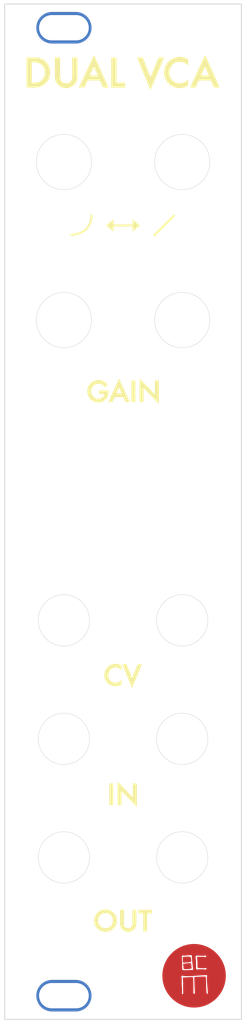
<source format=kicad_pcb>
(kicad_pcb (version 20221018) (generator pcbnew)
  (layers (0 "F.Cu" signal) (31 "B.Cu" signal) (34 "B.Paste" user) (35 "F.Paste" user) (36 "B.SilkS" user "B.Silkscreen") (37 "F.SilkS" user "F.Silkscreen") (38 "B.Mask" user) (39 "F.Mask" user) (44 "Edge.Cuts" user))
  (net 0 "")
  (footprint "BCM_Graphics:BCM_Logo_tiny_Copper_8mmx8mm" (layer "F.Cu") (at 99 160.5)
    (fp_text reference "REF**" hide)
    (fp_text value "BCM_Logo_tiny_Copper_8mmx8mm" hide)
    (fp_poly (pts (xy -0.422344 -1.589057) (xy -0.405435 -1.580031) (xy -0.395298 -1.564257) (xy -0.390784 -1.490984) (xy -0.367109 -1.338825) (xy -0.352449 -1.195683) (xy -0.342312 -1.035619) (xy -0.344568 -0.983781) (xy -0.356967 -0.964616) (xy -0.389649 -0.94433) (xy -0.440378 -0.925165) (xy -0.542947 -0.913883) (xy -0.875458 -0.89134) (xy -1.241775 -0.887971) (xy -1.28574 -0.900368) (xy -1.298137 -0.925165) (xy -1.300379 -0.967993) (xy -1.302636 -1.048017) (xy -1.318424 -1.142697) (xy -1.342087 -1.324167) (xy -1.33983 -1.424493) (xy -1.346601 -1.509031) (xy -1.338718 -1.530437) (xy -1.303779 -1.532693) (xy -1.200076 -1.537205) (xy -1.132448 -1.541719) (xy -1.012974 -1.558627) (xy -0.786419 -1.585667) (xy -0.547465 -1.590179)) (stroke (width 0.0533)) (fill solid) (layer "F.Cu"))
    (fp_poly (pts (xy -0.508 -2.413) (xy -0.483202 -2.396092) (xy -0.465172 -2.372429) (xy -0.444884 -2.334099) (xy -0.430229 -2.267608) (xy -0.417834 -2.204478) (xy -0.402044 -2.124454) (xy -0.38176 -1.901276) (xy -0.379503 -1.858448) (xy -0.388527 -1.832528) (xy -0.404305 -1.811106) (xy -0.432489 -1.798709) (xy -0.515893 -1.780681) (xy -0.692853 -1.750251) (xy -0.891232 -1.726574) (xy -1.113277 -1.714178) (xy -1.173016 -1.70291) (xy -1.281228 -1.698398) (xy -1.328568 -1.704026) (xy -1.358997 -1.724311) (xy -1.372521 -1.743475) (xy -1.383803 -1.83702) (xy -1.384931 -1.942976) (xy -1.405231 -2.339737) (xy -1.396206 -2.351003) (xy -1.387182 -2.357774) (xy -1.368031 -2.366785) (xy -1.330833 -2.376925) (xy -1.276729 -2.390462) (xy -1.195566 -2.40624) (xy -1.002834 -2.414121) (xy -0.861937 -2.416379) (xy -0.549722 -2.424277)) (stroke (width 0.0533)) (fill solid) (layer "F.Cu"))
    (fp_poly (pts (xy 0.210167 -4.012748) (xy 0.413178 -3.99731) (xy 0.613236 -3.971889) (xy 0.810092 -3.936734) (xy 1.003494 -3.892097) (xy 1.19319 -3.838229) (xy 1.378931 -3.775381) (xy 1.560463 -3.703805) (xy 1.737537 -3.623751) (xy 1.909901 -3.535471) (xy 2.077305 -3.439216) (xy 2.239495 -3.335238) (xy 2.396223 -3.223786) (xy 2.547236 -3.105113) (xy 2.692283 -2.97947) (xy 2.831114 -2.847107) (xy 2.963476 -2.708276) (xy 3.089119 -2.563229) (xy 3.207792 -2.412216) (xy 3.319243 -2.255488) (xy 3.423222 -2.093297) (xy 3.519477 -1.925893) (xy 3.607756 -1.753529) (xy 3.68781 -1.576455) (xy 3.759386 -1.394922) (xy 3.822233 -1.209182) (xy 3.876101 -1.019485) (xy 3.920738 -0.826083) (xy 3.955892 -0.629227) (xy 3.981314 -0.429169) (xy 3.996751 -0.226158) (xy 4.001952 -0.020447) (xy 3.996751 0.185263) (xy 3.981314 0.388274) (xy 3.955892 0.588332) (xy 3.920738 0.785188) (xy 3.876101 0.97859) (xy 3.822233 1.168287) (xy 3.759386 1.354027) (xy 3.68781 1.53556) (xy 3.607756 1.712634) (xy 3.519477 1.884998) (xy 3.423222 2.052401) (xy 3.319243 2.214592) (xy 3.207792 2.37132) (xy 3.089119 2.522333) (xy 2.963476 2.667381) (xy 2.831113 2.806211) (xy 2.692283 2.938574) (xy 2.547235 3.064217) (xy 2.396222 3.18289) (xy 2.239494 3.294341) (xy 2.077303 3.39832) (xy 1.9099 3.494575) (xy 1.737536 3.582855) (xy 1.560462 3.662908) (xy 1.378929 3.734485) (xy 1.193188 3.797332) (xy 1.003491 3.8512) (xy 0.810089 3.895837) (xy 0.613233 3.930992) (xy 0.413174 3.956414) (xy 0.210164 3.971851) (xy 0.004452 3.977053) (xy -0.201258 3.971851) (xy -0.404269 3.956414) (xy -0.604327 3.930992) (xy -0.801183 3.895838) (xy -0.994585 3.851201) (xy -1.184282 3.797333) (xy -1.370022 3.734485) (xy -1.551555 3.662909) (xy -1.728629 3.582856) (xy -1.900993 3.494576) (xy -2.068397 3.398321) (xy -2.230588 3.294342) (xy -2.387316 3.182891) (xy -2.538329 3.064218) (xy -2.683376 2.938575) (xy -2.822207 2.806212) (xy -2.95457 2.667381) (xy -3.080213 2.522334) (xy -3.198886 2.371321) (xy -3.310337 2.214593) (xy -3.414316 2.052402) (xy -3.510571 1.884998) (xy -3.598851 1.712634) (xy -3.678904 1.53556) (xy -3.75048 1.354027) (xy -3.813328 1.168287) (xy -3.867196 0.97859) (xy -3.911833 0.785188) (xy -3.946987 0.588332) (xy -3.972409 0.388274) (xy -3.987846 0.185263) (xy -3.98976 0.109558) (xy -1.62725 0.109558) (xy -1.623865 0.133218) (xy -1.612599 0.170416) (xy -1.6002 0.234666) (xy -1.586677 0.305683) (xy -1.587803 0.417271) (xy -1.586677 0.682143) (xy -1.592303 0.940262) (xy -1.587791 1.128486) (xy -1.561871 1.467764) (xy -1.550591 1.646979) (xy -1.550591 1.854367) (xy -1.549463 2.07529) (xy -1.561859 2.181248) (xy -1.560733 2.244363) (xy -1.550593 2.279305) (xy -1.539311 2.300725) (xy -1.523533 2.32101) (xy -1.508879 2.334535) (xy -1.486337 2.339047) (xy -1.466051 2.340175) (xy -1.438997 2.335664) (xy -1.415336 2.323265) (xy -1.397291 2.307479) (xy -1.380395 2.290579) (xy -1.357855 2.247737) (xy -1.349958 2.198144) (xy -1.355598 1.941157) (xy -1.357855 1.636833) (xy -1.356726 1.188221) (xy -1.354469 0.925604) (xy -1.36124 0.748644) (xy -1.372506 0.57506) (xy -1.399558 0.325963) (xy -1.405199 0.288767) (xy -1.399558 0.25946) (xy -1.390547 0.240294) (xy -1.373639 0.227898) (xy -1.346585 0.218887) (xy -1.26994 0.215501) (xy -1.123409 0.207604) (xy -0.894599 0.196336) (xy -0.427968 0.172661) (xy -0.254386 0.167033) (xy -0.204788 0.172661) (xy -0.173228 0.187315) (xy -0.155197 0.210992) (xy -0.145055 0.244796) (xy -0.127025 0.381183) (xy -0.120258 0.657333) (xy -0.113487 1.04733) (xy -0.110116 1.305449) (xy -0.105607 1.763069) (xy -0.107863 2.18236) (xy -0.090951 2.218436) (xy -0.0763 2.25224) (xy -0.037981 2.280415) (xy -0.008674 2.287183) (xy 0.030779 2.279302) (xy 0.069097 2.253385) (xy 0.09727 2.230842) (xy 0.116435 2.202654) (xy 0.128833 2.155316) (xy 0.13109 2.066268) (xy 0.122063 1.936648) (xy 0.111925 1.82056) (xy 0.096151 1.552297) (xy 0.073611 1.066501) (xy 0.062326 0.590836) (xy 0.053315 0.254946) (xy 0.065714 0.194085) (xy 0.081488 0.169288) (xy 0.122063 0.159148) (xy 0.188566 0.147868) (xy 0.27536 0.141111) (xy 0.453439 0.130974) (xy 0.738612 0.116318) (xy 1.125232 0.10053) (xy 1.359672 0.099404) (xy 1.39799 0.103915) (xy 1.420531 0.112927) (xy 1.436321 0.13097) (xy 1.453217 0.159144) (xy 1.467872 0.194083) (xy 1.476896 0.247055) (xy 1.485907 0.300027) (xy 1.492678 0.444301) (xy 1.497192 0.709189) (xy 1.501705 1.134126) (xy 1.507333 1.331372) (xy 1.518614 1.598499) (xy 1.534383 1.790113) (xy 1.554671 1.982863) (xy 1.565951 2.105715) (xy 1.582848 2.185741) (xy 1.594128 2.221817) (xy 1.611036 2.247735) (xy 1.624561 2.268022) (xy 1.649359 2.28381) (xy 1.666267 2.289436) (xy 1.693321 2.289436) (xy 1.713609 2.287179) (xy 1.730517 2.271405) (xy 1.747426 2.259009) (xy 1.766579 2.228579) (xy 1.771093 2.192504) (xy 1.77446 2.131645) (xy 1.769962 2.032454) (xy 1.732766 1.632315) (xy 1.706834 1.27614) (xy 1.675282 0.848949) (xy 1.660627 0.56942) (xy 1.660627 0.197458) (xy 1.662884 0.165909) (xy 1.675278 0.098267) (xy 1.686547 0.04304) (xy 1.692171 -0.012186) (xy 1.692171 -0.048262) (xy 1.67865 -0.077557) (xy 1.663994 -0.096722) (xy 1.631308 -0.1125) (xy 1.590732 -0.122638) (xy 1.449858 -0.121521) (xy 1.250357 -0.111382) (xy 0.826542 -0.08545) (xy 0.384708 -0.057277) (xy -0.02895 -0.029103) (xy -0.58915 0.002461) (xy -1.034373 0.002461) (xy -1.149337 -0.00091) (xy -1.309387 -0.02121) (xy -1.46155 -0.048262) (xy -1.475087 -0.056145) (xy -1.511146 -0.056145) (xy -1.548344 -0.049374) (xy -1.575397 -0.038094) (xy -1.604706 -0.017808) (xy -1.620479 0.005854) (xy -1.62725 0.046442) (xy -1.62725 0.109558) (xy -3.98976 0.109558) (xy -3.993048 -0.020447) (xy -3.987846 -0.226158) (xy -3.972409 -0.429169) (xy -3.946987 -0.629227) (xy -3.911833 -0.826083) (xy -3.867196 -1.019485) (xy -3.813328 -1.209182) (xy -3.75048 -1.394922) (xy -3.678904 -1.576455) (xy -3.59885 -1.753529) (xy -3.51057 -1.925894) (xy -3.414315 -2.093297) (xy -3.310337 -2.255488) (xy -3.198885 -2.412216) (xy -3.122987 -2.508798) (xy -1.575411 -2.508798) (xy -1.574284 -2.476114) (xy -1.561888 -2.43442) (xy -1.559631 -2.230406) (xy -1.551734 -1.999339) (xy -1.535956 -1.779538) (xy -1.52693 -1.573269) (xy -1.524688 -1.267824) (xy -1.521304 -0.926288) (xy -1.516791 -0.82711) (xy -1.50891 -0.792171) (xy -1.494252 -0.765117) (xy -1.481856 -0.743695) (xy -1.462705 -0.724532) (xy -1.426629 -0.705381) (xy -1.397322 -0.69861) (xy -1.284612 -0.703124) (xy -1.166269 -0.700865) (xy -0.890122 -0.709878) (xy -0.570005 -0.716647) (xy -0.245509 -0.724152) (xy -0.173777 -0.727338) (xy -0.132335 -0.741684) (xy -0.100462 -0.764001) (xy -0.086116 -0.792694) (xy -0.082932 -0.837315) (xy -0.097278 -0.905866) (xy -0.122787 -1.066855) (xy -0.156258 -1.339433) (xy -0.196106 -1.737944) (xy -0.227991 -2.037619) (xy -0.232773 -2.219341) (xy -0.242333 -2.356428) (xy -0.240739 -2.448881) (xy -0.245404 -2.487154) (xy 0.159356 -2.487154) (xy 0.168933 -2.401077) (xy 0.192836 -2.146039) (xy 0.215152 -1.881434) (xy 0.219947 -1.602482) (xy 0.224729 -1.392067) (xy 0.231101 -1.130654) (xy 0.219947 -1.097171) (xy 0.227917 -0.956902) (xy 0.242263 -0.893144) (xy 0.258192 -0.84691) (xy 0.274136 -0.813441) (xy 0.306022 -0.794302) (xy 0.403251 -0.792724) (xy 0.613666 -0.821415) (xy 0.709297 -0.824589) (xy 1.25605 -0.811843) (xy 1.429802 -0.781554) (xy 1.49038 -0.783148) (xy 1.523851 -0.794302) (xy 1.549348 -0.811843) (xy 1.573271 -0.830966) (xy 1.5924 -0.856476) (xy 1.603566 -0.878795) (xy 1.611532 -0.909072) (xy 1.606738 -0.947334) (xy 1.59081 -0.976027) (xy 1.568493 -0.996745) (xy 1.5398 -1.012688) (xy 1.507915 -1.02225) (xy 1.42343 -1.02225) (xy 1.268807 -0.993559) (xy 1.042459 -0.995139) (xy 0.706121 -1.027024) (xy 0.55469 -1.03021) (xy 0.518023 -1.041367) (xy 0.487736 -1.060489) (xy 0.465415 -1.111499) (xy 0.455855 -1.14976) (xy 0.452667 -1.466975) (xy 0.462243 -1.522761) (xy 0.457461 -1.782588) (xy 0.427174 -2.1253) (xy 0.417597 -2.254414) (xy 0.416003 -2.321368) (xy 0.417597 -2.348463) (xy 0.42397 -2.375558) (xy 0.443106 -2.394681) (xy 0.468607 -2.404243) (xy 0.518019 -2.407429) (xy 0.541934 -2.401041) (xy 0.616846 -2.389884) (xy 1.2449 -2.39148) (xy 1.275187 -2.383512) (xy 1.338945 -2.367566) (xy 1.364446 -2.358005) (xy 1.394733 -2.350051) (xy 1.477616 -2.354833) (xy 1.495158 -2.362802) (xy 1.55254 -2.410617) (xy 1.571669 -2.440906) (xy 1.584413 -2.47917) (xy 1.582835 -2.504669) (xy 1.573259 -2.536554) (xy 1.550942 -2.557274) (xy 1.527027 -2.573203) (xy 1.469641 -2.592342) (xy 1.305458 -2.592342) (xy 1.161997 -2.565245) (xy 0.408025 -2.590743) (xy 0.307603 -2.603492) (xy 0.250209 -2.57962) (xy 0.213562 -2.552511) (xy 0.186451 -2.538164) (xy 0.165733 -2.512665) (xy 0.159356 -2.487154) (xy -0.245404 -2.487154) (xy -0.248706 -2.514237) (xy -0.26783 -2.571623) (xy -0.294937 -2.611466) (xy -0.322032 -2.635381) (xy -0.363473 -2.657698) (xy -0.400137 -2.665666) (xy -0.473467 -2.665666) (xy -0.55317 -2.654504) (xy -0.932545 -2.613062) (xy -1.020206 -2.601896) (xy -1.127018 -2.590739) (xy -1.182804 -2.593927) (xy -1.291199 -2.592331) (xy -1.326269 -2.6003) (xy -1.401177 -2.605082) (xy -1.463355 -2.608268) (xy -1.515947 -2.598708) (xy -1.523563 -2.591093) (xy -1.546106 -2.573048) (xy -1.563014 -2.556152) (xy -1.575411 -2.508798) (xy -3.122987 -2.508798) (xy -3.080212 -2.563229) (xy -2.954568 -2.708277) (xy -2.822206 -2.847108) (xy -2.683375 -2.97947) (xy -2.538327 -3.105114) (xy -2.387314 -3.223787) (xy -2.230586 -3.335239) (xy -2.068395 -3.439217) (xy -1.900991 -3.535472) (xy -1.728627 -3.623752) (xy -1.551552 -3.703806) (xy -1.370019 -3.775382) (xy -1.184279 -3.83823) (xy -0.994582 -3.892097) (xy -0.80118 -3.936734) (xy -0.604324 -3.971889) (xy -0.404265 -3.997311) (xy -0.201255 -4.012748) (xy 0.004456 -4.017949)) (stroke (width 0.0533)) (fill solid) (layer "F.Cu"))
  )
  (footprint "Panel_Hardware:PanelHole_3.2mm_M3_elongated" (layer "F.Cu") (at 82.5 163)
    (fp_text reference "REF**" hide)
    (fp_text value "PanelHole_3.2mm_M3_elongated" hide)
    (pad "" thru_hole oval (at 0 0) (size 7 4) (drill oval 6.3 3.2) (layers "*.Cu" "*.Mask"))
  )
  (footprint "Panel_Hardware:PanelHole_3.2mm_M3_elongated" (layer "F.Cu") (at 82.5 40.5)
    (fp_text reference "REF**" hide)
    (fp_text value "PanelHole_3.2mm_M3_elongated" hide)
    (pad "" thru_hole oval (at 0 0) (size 7 4) (drill oval 6.3 3.2) (layers "*.Cu" "*.Mask"))
  )
  (gr_poly (pts (xy 87.850093 152.122499) (xy 87.91925 152.127263) (xy 87.987143 152.135203) (xy 88.05377 152.146319) (xy 88.119132 152.160611) (xy 88.183229 152.17808) (xy 88.246061 152.198724) (xy 88.307629 152.222544) (xy 88.367931 152.24954) (xy 88.426968 152.279712) (xy 88.484741 152.313059) (xy 88.541249 152.349583) (xy 88.596491 152.389282) (xy 88.650469 152.432158) (xy 88.703183 152.478209) (xy 88.754631 152.527435) (xy 88.804067 152.578889) (xy 88.850313 152.631622) (xy 88.89337 152.685633) (xy 88.933238 152.740922) (xy 88.969916 152.79749) (xy 89.003404 152.855337) (xy 89.033703 152.914462) (xy 89.060813 152.974865) (xy 89.084733 153.036547) (xy 89.105464 153.099508) (xy 89.123006 153.163747) (xy 89.137358 153.229264) (xy 89.14852 153.29606) (xy 89.156494 153.364135) (xy 89.161278 153.433488) (xy 89.162872 153.50412) (xy 89.161271 153.575141) (xy 89.156466 153.644802) (xy 89.148459 153.713105) (xy 89.137249 153.780048) (xy 89.122836 153.845633) (xy 89.10522 153.909858) (xy 89.084402 153.972724) (xy 89.06038 154.034231) (xy 89.033156 154.094379) (xy 89.002728 154.153168) (xy 88.969098 154.210597) (xy 88.932266 154.266668) (xy 88.89223 154.321379) (xy 88.848992 154.37473) (xy 88.802551 154.426723) (xy 88.752907 154.477356) (xy 88.700779 154.525956) (xy 88.64732 154.571421) (xy 88.592528 154.613751) (xy 88.536403 154.652945) (xy 88.478947 154.689004) (xy 88.420158 154.721928) (xy 88.360037 154.751716) (xy 88.298583 154.778368) (xy 88.235797 154.801885) (xy 88.171679 154.822267) (xy 88.106229 154.839512) (xy 88.039447 154.853623) (xy 87.971332 154.864598) (xy 87.901885 154.872437) (xy 87.831106 154.87714) (xy 87.758995 154.878708) (xy 87.695025 154.877315) (xy 87.631877 154.873137) (xy 87.569549 154.866173) (xy 87.508042 154.856423) (xy 87.447356 154.843888) (xy 87.387491 154.828567) (xy 87.328447 154.81046) (xy 87.270224 154.789568) (xy 87.212821 154.76589) (xy 87.15624 154.739426) (xy 87.10048 154.710176) (xy 87.04554 154.678141) (xy 86.991422 154.64332) (xy 86.938124 154.605713) (xy 86.885648 154.56532) (xy 86.833992 154.522141) (xy 86.779341 154.471878) (xy 86.728216 154.419705) (xy 86.680617 154.36562) (xy 86.636544 154.309624) (xy 86.595997 154.251717) (xy 86.558975 154.191899) (xy 86.52548 154.13017) (xy 86.49551 154.06653) (xy 86.469066 154.000979) (xy 86.446148 153.933517) (xy 86.426756 153.864145) (xy 86.41089 153.792861) (xy 86.398549 153.719666) (xy 86.389735 153.644561) (xy 86.384446 153.567544) (xy 86.382795 153.493622) (xy 86.787483 153.493622) (xy 86.788641 153.548133) (xy 86.792113 153.601419) (xy 86.7979 153.65348) (xy 86.806001 153.704316) (xy 86.816417 153.753928) (xy 86.829148 153.802314) (xy 86.844194 153.849476) (xy 86.861554 153.895413) (xy 86.881229 153.940124) (xy 86.903219 153.983611) (xy 86.927523 154.025874) (xy 86.954142 154.066911) (xy 86.983075 154.106723) (xy 87.014323 154.145311) (xy 87.047886 154.182673) (xy 87.083763 154.218811) (xy 87.12094 154.253229) (xy 87.158829 154.285426) (xy 87.197432 154.315403) (xy 87.236748 154.34316) (xy 87.276777 154.368696) (xy 87.317519 154.392011) (xy 87.358974 154.413106) (xy 87.401143 154.43198) (xy 87.444025 154.448634) (xy 87.48762 154.463067) (xy 87.531928 154.47528) (xy 87.576949 154.485273) (xy 87.622684 154.493044) (xy 87.669132 154.498596) (xy 87.716293 154.501926) (xy 87.764168 154.503037) (xy 87.815979 154.501906) (xy 87.866767 154.498515) (xy 87.916532 154.492863) (xy 87.965275 154.484949) (xy 88.012995 154.474776) (xy 88.059692 154.462341) (xy 88.105366 154.447645) (xy 88.150018 154.430689) (xy 88.193647 154.411472) (xy 88.236253 154.389994) (xy 88.277836 154.366256) (xy 88.318397 154.340257) (xy 88.357935 154.311997) (xy 88.39645 154.281476) (xy 88.433943 154.248695) (xy 88.470413 154.213654) (xy 88.505248 154.176549) (xy 88.537836 154.138449) (xy 88.568176 154.099354) (xy 88.596268 154.059264) (xy 88.622113 154.018178) (xy 88.645711 153.976096) (xy 88.667061 153.933019) (xy 88.686164 153.888947) (xy 88.703019 153.843878) (xy 88.717627 153.797814) (xy 88.729988 153.750755) (xy 88.740101 153.702699) (xy 88.747966 153.653648) (xy 88.753585 153.603601) (xy 88.756956 153.552558) (xy 88.75808 153.500519) (xy 88.756969 153.447874) (xy 88.753639 153.396305) (xy 88.748087 153.345814) (xy 88.740316 153.296399) (xy 88.730323 153.24806) (xy 88.718111 153.200799) (xy 88.703678 153.154613) (xy 88.687024 153.109505) (xy 88.66815 153.065473) (xy 88.647056 153.022517) (xy 88.623741 152.980637) (xy 88.598206 152.939834) (xy 88.57045 152.900107) (xy 88.540475 152.861457) (xy 88.508278 152.823882) (xy 88.473862 152.787384) (xy 88.438025 152.752343) (xy 88.401138 152.719561) (xy 88.363202 152.689041) (xy 88.324216 152.660781) (xy 88.28418 152.634782) (xy 88.243095 152.611044) (xy 88.20096 152.589566) (xy 88.157775 152.570349) (xy 88.11354 152.553393) (xy 88.068256 152.538697) (xy 88.021922 152.526262) (xy 87.974538 152.516088) (xy 87.926105 152.508175) (xy 87.876622 152.502523) (xy 87.826089 152.499132) (xy 87.774506 152.498001) (xy 87.723119 152.499132) (xy 87.672741 152.502523) (xy 87.623372 152.508175) (xy 87.575014 152.516088) (xy 87.527664 152.526262) (xy 87.481324 152.538697) (xy 87.435993 152.553393) (xy 87.391671 152.570349) (xy 87.348359 152.589566) (xy 87.306056 152.611044) (xy 87.264762 152.634782) (xy 87.224478 152.660781) (xy 87.185203 152.689041) (xy 87.146937 152.719561) (xy 87.10968 152.752343) (xy 87.073433 152.787384) (xy 87.038807 152.823652) (xy 87.006415 152.860969) (xy 86.976257 152.899336) (xy 86.948333 152.938752) (xy 86.922643 152.979218) (xy 86.899187 153.020734) (xy 86.877965 153.0633) (xy 86.858976 153.106915) (xy 86.842222 153.151579) (xy 86.827701 153.197294) (xy 86.815415 153.244058) (xy 86.805362 153.291871) (xy 86.797543 153.340734) (xy 86.791959 153.390647) (xy 86.788608 153.44161) (xy 86.787491 153.493622) (xy 86.787483 153.493622) (xy 86.382795 153.493622) (xy 86.382683 153.488617) (xy 86.384291 153.419041) (xy 86.389115 153.350704) (xy 86.397156 153.283604) (xy 86.408413 153.217744) (xy 86.422887 153.153121) (xy 86.440577 153.089737) (xy 86.461483 153.027591) (xy 86.485605 152.966683) (xy 86.512944 152.907013) (xy 86.543499 152.848581) (xy 86.577271 152.791387) (xy 86.614258 152.735431) (xy 86.654462 152.680713) (xy 86.697883 152.627233) (xy 86.74452 152.574991) (xy 86.794373 152.523987) (xy 86.846264 152.475176) (xy 86.899447 152.429514) (xy 86.953923 152.387002) (xy 87.00969 152.347639) (xy 87.06675 152.311425) (xy 87.125101 152.27836) (xy 87.184744 152.248444) (xy 87.24568 152.221678) (xy 87.307907 152.19806) (xy 87.371426 152.177592) (xy 87.436238 152.160273) (xy 87.502341 152.146102) (xy 87.569735 152.135081) (xy 87.638422 152.127209) (xy 87.7084 152.122485) (xy 87.779671 152.120911)) (stroke (width 0.1)) (fill solid) (layer "F.SilkS"))
  (gr_line (start 85.88051 65.035629) (end 85.823875 65.20874) (stroke (width 0.264582)) (layer "F.SilkS"))
  (gr_poly (pts (xy 86.939995 85.128336) (xy 86.978484 85.12983) (xy 87.016649 85.13232) (xy 87.054492 85.135806) (xy 87.092011 85.140288) (xy 87.129208 85.145765) (xy 87.166081 85.152239) (xy 87.202632 85.159708) (xy 87.238859 85.168173) (xy 87.274764 85.177634) (xy 87.310345 85.188091) (xy 87.345604 85.199543) (xy 87.380539 85.211992) (xy 87.415151 85.225435) (xy 87.44944 85.239875) (xy 87.483406 85.25531) (xy 87.51567 85.271862) (xy 87.547867 85.289652) (xy 87.579997 85.308681) (xy 87.612059 85.328947) (xy 87.644054 85.350452) (xy 87.675982 85.373194) (xy 87.707842 85.397175) (xy 87.739635 85.422394) (xy 87.77136 85.448851) (xy 87.803018 85.476546) (xy 87.834609 85.505479) (xy 87.866133 85.53565) (xy 87.897589 85.56706) (xy 87.928978 85.599707) (xy 87.9603 85.633593) (xy 87.991554 85.668717) (xy 87.705612 85.942612) (xy 87.664143 85.889838) (xy 87.621556 85.840468) (xy 87.577853 85.794504) (xy 87.533032 85.751944) (xy 87.487095 85.71279) (xy 87.440041 85.67704) (xy 87.39187 85.644695) (xy 87.342583 85.615755) (xy 87.292178 85.59022) (xy 87.240657 85.568089) (xy 87.188018 85.549364) (xy 87.134263 85.534043) (xy 87.079391 85.522126) (xy 87.023402 85.513615) (xy 86.966296 85.508508) (xy 86.908073 85.506806) (xy 86.855852 85.507943) (xy 86.804694 85.511354) (xy 86.754599 85.517039) (xy 86.705567 85.524999) (xy 86.657598 85.535233) (xy 86.610693 85.547741) (xy 86.56485 85.562524) (xy 86.520071 85.57958) (xy 86.476355 85.598912) (xy 86.433701 85.620517) (xy 86.392111 85.644397) (xy 86.351584 85.670551) (xy 86.312119 85.69898) (xy 86.273718 85.729683) (xy 86.236379 85.762661) (xy 86.200104 85.797913) (xy 86.165478 85.834221) (xy 86.133086 85.871659) (xy 86.102928 85.910228) (xy 86.075004 85.949927) (xy 86.049314 85.990757) (xy 86.025858 86.032718) (xy 86.004636 86.075808) (xy 85.985647 86.12003) (xy 85.968893 86.165381) (xy 85.954372 86.211863) (xy 85.942086 86.259476) (xy 85.932033 86.308219) (xy 85.924214 86.358093) (xy 85.91863 86.409097) (xy 85.915279 86.461231) (xy 85.914162 86.514496) (xy 85.915406 86.569436) (xy 85.919141 86.623152) (xy 85.925365 86.675643) (xy 85.934079 86.72691) (xy 85.945282 86.776951) (xy 85.958975 86.825769) (xy 85.975158 86.873361) (xy 85.99383 86.919729) (xy 86.014992 86.964873) (xy 86.038643 87.008791) (xy 86.064784 87.051485) (xy 86.093415 87.092954) (xy 86.124535 87.133198) (xy 86.158145 87.172218) (xy 86.194245 87.210012) (xy 86.232834 87.246582) (xy 86.270278 87.278913) (xy 86.308113 87.309158) (xy 86.346338 87.337318) (xy 86.384953 87.363392) (xy 86.423959 87.38738) (xy 86.463355 87.409282) (xy 86.503141 87.429098) (xy 86.543318 87.446829) (xy 86.583885 87.462474) (xy 86.624842 87.476032) (xy 86.66619 87.487505) (xy 86.707928 87.496892) (xy 86.750057 87.504193) (xy 86.792575 87.509408) (xy 86.835485 87.512537) (xy 86.878784 87.51358) (xy 86.915583 87.5128) (xy 86.951911 87.510458) (xy 86.987768 87.506556) (xy 87.023154 87.501092) (xy 87.058069 87.494067) (xy 87.092513 87.485482) (xy 87.126486 87.475335) (xy 87.159988 87.463627) (xy 87.193019 87.450358) (xy 87.225579 87.435528) (xy 87.257669 87.419137) (xy 87.289287 87.401185) (xy 87.320434 87.381672) (xy 87.35111 87.360598) (xy 87.381315 87.337963) (xy 87.411049 87.313767) (xy 87.439733 87.288266) (xy 87.466789 87.262146) (xy 87.492217 87.235407) (xy 87.516016 87.208049) (xy 87.538187 87.180071) (xy 87.558729 87.151475) (xy 87.577643 87.122259) (xy 87.594929 87.092424) (xy 87.610586 87.06197) (xy 87.624615 87.030897) (xy 87.637016 86.999204) (xy 87.647789 86.966893) (xy 87.656934 86.933961) (xy 87.66445 86.900411) (xy 87.670339 86.866241) (xy 87.674599 86.831452) (xy 87.011421 86.831452) (xy 87.011406 86.454163) (xy 88.11039 86.454163) (xy 88.11039 86.542069) (xy 88.109286 86.615922) (xy 88.105976 86.687623) (xy 88.10046 86.757171) (xy 88.092736 86.824566) (xy 88.082806 86.889808) (xy 88.070668 86.952897) (xy 88.056324 87.013833) (xy 88.039772 87.072617) (xy 88.030789 87.099208) (xy 88.021066 87.125584) (xy 88.010602 87.151745) (xy 87.999399 87.177691) (xy 87.987455 87.203421) (xy 87.974771 87.228936) (xy 87.961348 87.254235) (xy 87.947184 87.27932) (xy 87.93228 87.304189) (xy 87.916635 87.328843) (xy 87.900251 87.353281) (xy 87.883127 87.377504) (xy 87.865262 87.401512) (xy 87.846658 87.425305) (xy 87.827313 87.448882) (xy 87.807228 87.472244) (xy 87.760148 87.522724) (xy 87.711493 87.569946) (xy 87.661264 87.613912) (xy 87.60946 87.654621) (xy 87.556081 87.692072) (xy 87.501128 87.726268) (xy 87.444601 87.757206) (xy 87.386498 87.784887) (xy 87.326822 87.809312) (xy 87.26557 87.83048) (xy 87.202745 87.848392) (xy 87.138344 87.863047) (xy 87.072369 87.874445) (xy 87.00482 87.882586) (xy 86.935696 87.887471) (xy 86.864998 87.889099) (xy 86.79586 87.887525) (xy 86.727975 87.882801) (xy 86.66134 87.874929) (xy 86.595957 87.863908) (xy 86.531826 87.849737) (xy 86.468947 87.832418) (xy 86.407318 87.81195) (xy 86.346942 87.788332) (xy 86.287817 87.761566) (xy 86.229944 87.73165) (xy 86.173322 87.698585) (xy 86.117952 87.662371) (xy 86.063834 87.623008) (xy 86.010967 87.580495) (xy 85.959352 87.534834) (xy 85.908989 87.486023) (xy 85.860806 87.434791) (xy 85.815731 87.382293) (xy 85.773765 87.328531) (xy 85.734907 87.273503) (xy 85.699158 87.217211) (xy 85.666518 87.159653) (xy 85.636986 87.100831) (xy 85.610562 87.040743) (xy 85.587248 86.97939) (xy 85.567041 86.916772) (xy 85.549944 86.852889) (xy 85.535955 86.787741) (xy 85.525075 86.721328) (xy 85.517303 86.653649) (xy 85.51264 86.584705) (xy 85.511086 86.514496) (xy 85.512667 86.442836) (xy 85.517411 86.372548) (xy 85.525317 86.303632) (xy 85.536386 86.23609) (xy 85.550617 86.16992) (xy 85.568011 86.105122) (xy 85.588567 86.041697) (xy 85.612286 85.979645) (xy 85.639167 85.918965) (xy 85.669211 85.859658) (xy 85.702417 85.801723) (xy 85.738786 85.745161) (xy 85.778317 85.689972) (xy 85.821011 85.636155) (xy 85.866867 85.58371) (xy 85.915886 85.532639) (xy 85.967172 85.48362) (xy 86.019831 85.437764) (xy 86.073863 85.39507) (xy 86.129267 85.355538) (xy 86.186044 85.31917) (xy 86.244193 85.285963) (xy 86.303715 85.25592) (xy 86.36461 85.229038) (xy 86.426877 85.20532) (xy 86.490517 85.184763) (xy 86.55553 85.16737) (xy 86.621915 85.153138) (xy 86.689673 85.14207) (xy 86.758804 85.134163) (xy 86.829308 85.129419) (xy 86.901184 85.127838)) (stroke (width 0.1)) (fill solid) (layer "F.SilkS"))
  (gr_poly (pts (xy 90.775162 87.839096) (xy 90.335915 87.839096) (xy 90.056862 87.193146) (xy 88.918259 87.193146) (xy 88.621979 87.839096) (xy 88.189621 87.839096) (xy 88.665987 86.815903) (xy 89.08535 86.815903) (xy 89.893219 86.815903) (xy 89.498756 85.91156) (xy 89.08535 86.815903) (xy 88.665987 86.815903) (xy 89.505646 85.01239)) (stroke (width 0.1)) (fill solid) (layer "F.SilkS"))
  (gr_line (start 85.681323 65.518341) (end 85.597236 65.655747) (stroke (width 0.264582)) (layer "F.SilkS"))
  (gr_poly (pts (xy 89.120574 121.045072) (xy 89.165078 121.047353) (xy 89.209393 121.051155) (xy 89.25352 121.056477) (xy 89.297459 121.06332) (xy 89.341209 121.071684) (xy 89.38477 121.081568) (xy 89.428144 121.092974) (xy 89.471328 121.1059) (xy 89.514325 121.120347) (xy 89.557133 121.136315) (xy 89.599753 121.153804) (xy 89.642184 121.172813) (xy 89.684427 121.193344) (xy 89.726482 121.215395) (xy 89.768341 121.238964) (xy 89.768341 121.71434) (xy 89.724752 121.679088) (xy 89.680975 121.646111) (xy 89.63701 121.615407) (xy 89.592856 121.586979) (xy 89.548514 121.560825) (xy 89.503983 121.536945) (xy 89.459264 121.515339) (xy 89.414357 121.496008) (xy 89.369262 121.478951) (xy 89.323978 121.464169) (xy 89.278505 121.451661) (xy 89.232844 121.441427) (xy 89.186995 121.433467) (xy 89.140958 121.427781) (xy 89.094732 121.42437) (xy 89.048317 121.423233) (xy 88.997576 121.424384) (xy 88.947845 121.427836) (xy 88.899123 121.433589) (xy 88.85141 121.441644) (xy 88.804706 121.451999) (xy 88.759012 121.464656) (xy 88.714327 121.479615) (xy 88.67065 121.496874) (xy 88.627984 121.516435) (xy 88.586326 121.538296) (xy 88.545678 121.562459) (xy 88.506039 121.588923) (xy 88.467409 121.617688) (xy 88.429788 121.648754) (xy 88.393177 121.682121) (xy 88.357574 121.717789) (xy 88.323366 121.754904) (xy 88.291364 121.793042) (xy 88.26157 121.832203) (xy 88.233982 121.872387) (xy 88.208602 121.913594) (xy 88.185429 121.955823) (xy 88.164463 121.999075) (xy 88.145703 122.04335) (xy 88.129151 122.088648) (xy 88.114806 122.134969) (xy 88.102668 122.182312) (xy 88.092736 122.230679) (xy 88.085012 122.280068) (xy 88.079495 122.33048) (xy 88.076184 122.381914) (xy 88.075081 122.434372) (xy 88.076184 122.48618) (xy 88.079495 122.536966) (xy 88.085012 122.58673) (xy 88.092736 122.63547) (xy 88.102668 122.683189) (xy 88.114806 122.729885) (xy 88.129151 122.775559) (xy 88.145703 122.82021) (xy 88.164463 122.863838) (xy 88.185429 122.906444) (xy 88.208602 122.948028) (xy 88.233982 122.988589) (xy 88.26157 123.028128) (xy 88.291364 123.066645) (xy 88.323366 123.104138) (xy 88.357574 123.14061) (xy 88.393385 123.175444) (xy 88.43019 123.20803) (xy 88.467992 123.238369) (xy 88.50679 123.266461) (xy 88.546583 123.292305) (xy 88.587373 123.315902) (xy 88.629158 123.337252) (xy 88.671939 123.356354) (xy 88.715716 123.373209) (xy 88.760489 123.387817) (xy 88.806258 123.400177) (xy 88.853022 123.41029) (xy 88.900783 123.418156) (xy 88.94954 123.423774) (xy 88.999293 123.427145) (xy 89.050041 123.428269) (xy 89.076277 123.427999) (xy 89.102014 123.427192) (xy 89.127254 123.425847) (xy 89.151995 123.423963) (xy 89.176239 123.421541) (xy 89.199984 123.41858) (xy 89.223232 123.415082) (xy 89.245981 123.411045) (xy 89.268233 123.40647) (xy 89.289986 123.401357) (xy 89.311242 123.395706) (xy 89.331999 123.389516) (xy 89.352259 123.382788) (xy 89.37202 123.375522) (xy 89.391284 123.367718) (xy 89.410049 123.359375) (xy 89.430801 123.350377) (xy 89.451713 123.340627) (xy 89.472787 123.330127) (xy 89.494022 123.318876) (xy 89.515419 123.306875) (xy 89.536978 123.294124) (xy 89.558699 123.280624) (xy 89.580582 123.266373) (xy 89.603109 123.251349) (xy 89.625906 123.235574) (xy 89.648972 123.219047) (xy 89.672307 123.201769) (xy 89.695911 123.183739) (xy 89.719785 123.164957) (xy 89.743928 123.145424) (xy 89.768341 123.125137) (xy 89.768341 123.609161) (xy 89.725144 123.632734) (xy 89.681677 123.654786) (xy 89.637941 123.675316) (xy 89.593936 123.694326) (xy 89.549661 123.711815) (xy 89.505118 123.727782) (xy 89.460305 123.742229) (xy 89.415222 123.755156) (xy 89.36987 123.766561) (xy 89.32425 123.776446) (xy 89.278359 123.784809) (xy 89.2322 123.791653) (xy 89.185771 123.796975) (xy 89.139073 123.800777) (xy 89.092105 123.803058) (xy 89.044868 123.803818) (xy 88.974252 123.802264) (xy 88.90494 123.797601) (xy 88.836933 123.789829) (xy 88.770232 123.77895) (xy 88.704836 123.764961) (xy 88.640745 123.747864) (xy 88.57796 123.727658) (xy 88.516479 123.704344) (xy 88.456305 123.677921) (xy 88.397435 123.648389) (xy 88.339871 123.615749) (xy 88.283612 123.579999) (xy 88.228659 123.541141) (xy 88.175011 123.499174) (xy 88.122669 123.454099) (xy 88.071632 123.405914) (xy 88.023031 123.3551) (xy 87.977565 123.302994) (xy 87.935234 123.249596) (xy 87.89604 123.194906) (xy 87.859981 123.138923) (xy 87.827057 123.081649) (xy 87.79727 123.023083) (xy 87.770617 122.963225) (xy 87.747101 122.902074) (xy 87.72672 122.839632) (xy 87.709474 122.775898) (xy 87.695365 122.710873) (xy 87.68439 122.644555) (xy 87.676551 122.576945) (xy 87.671848 122.508044) (xy 87.67028 122.437851) (xy 87.671593 122.374764) (xy 87.675529 122.312538) (xy 87.68209 122.251172) (xy 87.691275 122.190668) (xy 87.703084 122.131024) (xy 87.717517 122.072242) (xy 87.734575 122.01432) (xy 87.754256 121.95726) (xy 87.776562 121.901061) (xy 87.801492 121.845723) (xy 87.829047 121.791247) (xy 87.859225 121.737631) (xy 87.892027 121.684877) (xy 87.927454 121.632985) (xy 87.965505 121.581954) (xy 88.00618 121.531784) (xy 88.058806 121.472754) (xy 88.113329 121.417533) (xy 88.16975 121.36612) (xy 88.228068 121.318515) (xy 88.288283 121.274719) (xy 88.350396 121.234731) (xy 88.414407 121.198551) (xy 88.480314 121.16618) (xy 88.548119 121.137617) (xy 88.617822 121.112862) (xy 88.689422 121.091916) (xy 88.762919 121.074779) (xy 88.838314 121.061449) (xy 88.915606 121.051928) (xy 88.994795 121.046216) (xy 89.075882 121.044312)) (stroke (width 0.1)) (fill solid) (layer "F.SilkS"))
  (gr_line (start 85.95992 64.650498) (end 85.926163 64.849701) (stroke (width 0.264582)) (layer "F.SilkS"))
  (gr_line (start 85.085299 66.187134) (end 84.971019 66.265488) (stroke (width 0.264582)) (layer "F.SilkS"))
  (gr_line (start 85.597236 65.655747) (end 85.505828 65.782166) (stroke (width 0.264582)) (layer "F.SilkS"))
  (gr_line (start 83.718751 66.693955) (end 83.595483 66.705551) (stroke (width 0.264582)) (layer "F.SilkS"))
  (gr_poly (pts (xy 93.617371 152.547958) (xy 93.007591 152.547958) (xy 93.007591 154.830322) (xy 92.606239 154.830322) (xy 92.606239 152.547958) (xy 91.994736 152.547958) (xy 91.994736 152.170715) (xy 93.617371 152.170715)) (stroke (width 0.1)) (fill solid) (layer "F.SilkS"))
  (gr_poly (pts (xy 94.087608 87.027771) (xy 94.087608 85.179474) (xy 94.48896 85.179474) (xy 94.48896 88.001007) (xy 92.549377 85.97702) (xy 92.549377 87.839096) (xy 92.148026 87.839096) (xy 92.148026 84.998612)) (stroke (width 0.1)) (fill solid) (layer "F.SilkS"))
  (gr_poly (pts (xy 81.967087 46.54744) (xy 81.967699 46.60642) (xy 81.969536 46.663385) (xy 81.972598 46.718333) (xy 81.976884 46.771265) (xy 81.982395 46.822181) (xy 81.989131 46.871081) (xy 81.997091 46.917965) (xy 82.006276 46.962834) (xy 82.016686 47.005686) (xy 82.02832 47.046522) (xy 82.041178 47.085343) (xy 82.055262 47.122147) (xy 82.07057 47.156936) (xy 82.087102 47.189709) (xy 82.104859 47.220466) (xy 82.12384 47.249207) (xy 82.153826 47.288047) (xy 82.185299 47.324381) (xy 82.218261 47.358209) (xy 82.252711 47.389531) (xy 82.288649 47.418348) (xy 82.326076 47.444659) (xy 82.364991 47.468463) (xy 82.405394 47.489763) (xy 82.447285 47.508556) (xy 82.490665 47.524843) (xy 82.535533 47.538625) (xy 82.581889 47.549901) (xy 82.629733 47.558671) (xy 82.679066 47.564935) (xy 82.729887 47.568694) (xy 82.782196 47.569946) (xy 82.834799 47.568694) (xy 82.885895 47.564935) (xy 82.935483 47.558671) (xy 82.983564 47.549901) (xy 83.030137 47.538625) (xy 83.075203 47.524843) (xy 83.118762 47.508556) (xy 83.160813 47.489763) (xy 83.201357 47.468463) (xy 83.240394 47.444659) (xy 83.277924 47.418348) (xy 83.313946 47.389531) (xy 83.348461 47.358209) (xy 83.381469 47.324381) (xy 83.412969 47.288047) (xy 83.442963 47.249207) (xy 83.461944 47.221313) (xy 83.479701 47.191291) (xy 83.496233 47.159139) (xy 83.511541 47.124859) (xy 83.525625 47.08845) (xy 83.538483 47.049912) (xy 83.550117 47.009246) (xy 83.560527 46.96645) (xy 83.569712 46.921525) (xy 83.577672 46.874472) (xy 83.584408 46.825289) (xy 83.589919 46.773977) (xy 83.594205 46.720537) (xy 83.597267 46.664967) (xy 83.599104 46.607268) (xy 83.599716 46.54744) (xy 83.599716 44.30468) (xy 84.161613 44.30468) (xy 84.161613 46.701775) (xy 84.160182 46.774517) (xy 84.155886 46.84564) (xy 84.148727 46.915142) (xy 84.138704 46.983023) (xy 84.125817 47.049285) (xy 84.110066 47.113926) (xy 84.091452 47.176947) (xy 84.069974 47.238348) (xy 84.045632 47.298129) (xy 84.018426 47.356289) (xy 83.988357 47.412829) (xy 83.955423 47.467749) (xy 83.919626 47.521049) (xy 83.880965 47.572728) (xy 83.83944 47.622788) (xy 83.795052 47.671227) (xy 83.74277 47.722624) (xy 83.689018 47.770704) (xy 83.633798 47.815469) (xy 83.577107 47.856919) (xy 83.518947 47.895052) (xy 83.459318 47.929869) (xy 83.398219 47.96137) (xy 83.33565 47.989556) (xy 83.271612 48.014425) (xy 83.206105 48.035979) (xy 83.139127 48.054216) (xy 83.07068 48.069138) (xy 83.000764 48.080744) (xy 82.929377 48.089033) (xy 82.856522 48.094007) (xy 82.782196 48.095665) (xy 82.70788 48.094007) (xy 82.635052 48.089033) (xy 82.563713 48.080744) (xy 82.493862 48.069138) (xy 82.4255 48.054216) (xy 82.358626 48.035979) (xy 82.29324 48.014425) (xy 82.229343 47.989556) (xy 82.166935 47.96137) (xy 82.106015 47.929869) (xy 82.046583 47.895052) (xy 81.98864 47.856919) (xy 81.932185 47.815469) (xy 81.877219 47.770704) (xy 81.823741 47.722624) (xy 81.771751 47.671227) (xy 81.727364 47.622788) (xy 81.68584 47.572728) (xy 81.64718 47.521049) (xy 81.611384 47.467749) (xy 81.578451 47.412829) (xy 81.548382 47.356289) (xy 81.521177 47.298129) (xy 81.496836 47.238348) (xy 81.475358 47.176947) (xy 81.456744 47.113926) (xy 81.440993 47.049285) (xy 81.428107 46.983023) (xy 81.418084 46.915142) (xy 81.410925 46.84564) (xy 81.406629 46.774517) (xy 81.405197 46.701775) (xy 81.405197 44.30468) (xy 81.967087 44.30468)) (stroke (width 0.1)) (fill solid) (layer "F.SilkS"))
  (gr_poly (pts (xy 89.114975 47.5) (xy 90.209824 47.5) (xy 90.209824 48.02813) (xy 88.553078 48.02813) (xy 88.553078 44.304672) (xy 89.114975 44.304672)) (stroke (width 0.1)) (fill solid) (layer "F.SilkS"))
  (gr_poly (pts (xy 90.068932 153.77269) (xy 90.069369 153.814817) (xy 90.070681 153.855504) (xy 90.072868 153.894751) (xy 90.07593 153.932558) (xy 90.079866 153.968926) (xy 90.084677 154.003854) (xy 90.090363 154.037343) (xy 90.096923 154.069391) (xy 90.104358 154.1) (xy 90.112668 154.12917) (xy 90.121852 154.1569) (xy 90.131911 154.18319) (xy 90.142845 154.208041) (xy 90.154653 154.231452) (xy 90.167336 154.253424) (xy 90.180893 154.273956) (xy 90.20231 154.301698) (xy 90.22479 154.327649) (xy 90.248334 154.351811) (xy 90.272941 154.374184) (xy 90.29861 154.394766) (xy 90.325343 154.413559) (xy 90.35314 154.430563) (xy 90.381999 154.445776) (xy 90.411922 154.4592) (xy 90.442907 154.470834) (xy 90.474956 154.480678) (xy 90.508068 154.488733) (xy 90.542243 154.494997) (xy 90.577481 154.499472) (xy 90.613782 154.502157) (xy 90.651146 154.503052) (xy 90.688719 154.502157) (xy 90.725216 154.499472) (xy 90.760636 154.494997) (xy 90.79498 154.488733) (xy 90.828246 154.480678) (xy 90.860437 154.470834) (xy 90.89155 154.4592) (xy 90.921587 154.445776) (xy 90.950547 154.430563) (xy 90.978431 154.413559) (xy 91.005238 154.394766) (xy 91.030968 154.374184) (xy 91.055622 154.351811) (xy 91.079199 154.327649) (xy 91.101699 154.301698) (xy 91.123123 154.273956) (xy 91.136682 154.254033) (xy 91.149366 154.232589) (xy 91.161175 154.209624) (xy 91.17211 154.185139) (xy 91.182169 154.159132) (xy 91.191354 154.131605) (xy 91.199664 154.102558) (xy 91.2071 154.071989) (xy 91.213661 154.0399) (xy 91.219347 154.00629) (xy 91.224158 153.971159) (xy 91.228094 153.934507) (xy 91.231156 153.896334) (xy 91.233343 153.85664) (xy 91.234655 153.815426) (xy 91.235092 153.77269) (xy 91.235092 152.170715) (xy 91.636444 152.170715) (xy 91.636444 153.882919) (xy 91.635421 153.934878) (xy 91.632353 153.985679) (xy 91.62724 154.035323) (xy 91.62008 154.083809) (xy 91.610876 154.131138) (xy 91.599626 154.17731) (xy 91.58633 154.222325) (xy 91.570989 154.266182) (xy 91.553602 154.308882) (xy 91.53417 154.350425) (xy 91.512692 154.39081) (xy 91.489168 154.430039) (xy 91.463599 154.468109) (xy 91.435985 154.505023) (xy 91.406324 154.540779) (xy 91.374619 154.575379) (xy 91.337274 154.612091) (xy 91.298879 154.646436) (xy 91.259435 154.678411) (xy 91.218942 154.708018) (xy 91.177398 154.735257) (xy 91.134805 154.760127) (xy 91.091163 154.782628) (xy 91.046471 154.802761) (xy 91.000729 154.820525) (xy 90.953937 154.835921) (xy 90.906096 154.848948) (xy 90.857205 154.859607) (xy 90.807265 154.867897) (xy 90.756275 154.873818) (xy 90.704235 154.877371) (xy 90.651146 154.878555) (xy 90.598063 154.877371) (xy 90.546044 154.873818) (xy 90.495088 154.867897) (xy 90.445195 154.859607) (xy 90.396365 154.848948) (xy 90.348598 154.835921) (xy 90.301895 154.820525) (xy 90.256254 154.802761) (xy 90.211677 154.782628) (xy 90.168162 154.760127) (xy 90.125711 154.735257) (xy 90.084322 154.708018) (xy 90.043997 154.678411) (xy 90.004734 154.646436) (xy 89.966534 154.612091) (xy 89.929398 154.575379) (xy 89.897692 154.540779) (xy 89.868031 154.505023) (xy 89.840417 154.468109) (xy 89.814848 154.430039) (xy 89.791324 154.39081) (xy 89.769847 154.350425) (xy 89.750414 154.308882) (xy 89.733027 154.266182) (xy 89.717686 154.222325) (xy 89.704391 154.17731) (xy 89.69314 154.131138) (xy 89.683936 154.083809) (xy 89.676777 154.035323) (xy 89.671663 153.985679) (xy 89.668595 153.934878) (xy 89.667572 153.882919) (xy 89.667572 152.170715) (xy 90.068932 152.170715)) (stroke (width 0.1)) (fill solid) (layer "F.SilkS"))
  (gr_poly (pts (xy 102.180847 48.02813) (xy 101.565895 48.02813) (xy 101.175217 47.123795) (xy 99.581177 47.123795) (xy 99.166389 48.02813) (xy 98.561081 48.02813) (xy 99.227997 46.595658) (xy 99.815094 46.595658) (xy 100.946114 46.595658) (xy 100.393875 45.329582) (xy 99.815094 46.595658) (xy 99.227997 46.595658) (xy 100.403519 44.070748)) (stroke (width 0.1)) (fill solid) (layer "F.SilkS"))
  (gr_line (start 85.926163 64.849701) (end 85.88051 65.035629) (stroke (width 0.264582)) (layer "F.SilkS"))
  (gr_poly (pts (xy 93.484734 46.885048) (xy 94.528946 44.304672) (xy 95.14389 44.304672) (xy 93.472679 48.307877) (xy 91.84005 44.304672) (xy 92.454994 44.304672)) (stroke (width 0.1)) (fill solid) (layer "F.SilkS"))
  (gr_line (start 84.737885 66.397934) (end 84.620864 66.452942) (stroke (width 0.264582)) (layer "F.SilkS"))
  (gr_line (start 85.408016 65.898056) (end 85.304713 66.003876) (stroke (width 0.264582)) (layer "F.SilkS"))
  (gr_line (start 83.878634 66.671372) (end 83.718751 66.693955) (stroke (width 0.264582)) (layer "F.SilkS"))
  (gr_line (start 85.304713 66.003876) (end 85.196836 66.100083) (stroke (width 0.264582)) (layer "F.SilkS"))
  (gr_poly (pts (xy 88.750023 66.207184) (xy 87.917374 65.526566) (xy 88.750023 64.845947)) (stroke (width 0.1)) (fill solid) (layer "F.SilkS"))
  (gr_poly (pts (xy 91.144653 122.939072) (xy 91.890518 121.095947) (xy 92.329765 121.095947) (xy 91.13604 123.955368) (xy 89.969879 121.095947) (xy 90.409126 121.095947)) (stroke (width 0.1)) (fill solid) (layer "F.SilkS"))
  (gr_line (start 96.44577 64.276566) (end 93.94577 66.776566) (stroke (width 0.264582)) (layer "F.SilkS"))
  (gr_poly (pts (xy 88.710701 138.839096) (xy 88.309349 138.839096) (xy 88.309349 136.179489) (xy 88.710701 136.179489)) (stroke (width 0.1)) (fill solid) (layer "F.SilkS"))
  (gr_poly (pts (xy 92.082672 65.526566) (xy 91.250023 66.207184) (xy 91.250023 64.845947)) (stroke (width 0.1)) (fill solid) (layer "F.SilkS"))
  (gr_line (start 84.504759 66.501083) (end 84.27896 66.578598) (stroke (width 0.264582)) (layer "F.SilkS"))
  (gr_line (start 84.27896 66.578598) (end 84.067811 66.63414) (stroke (width 0.264582)) (layer "F.SilkS"))
  (gr_line (start 88.750023 65.526566) (end 91.250023 65.526566) (stroke (width 0.264582)) (layer "F.SilkS"))
  (gr_line (start 85.988083 64.210434) (end 85.980865 64.437561) (stroke (width 0.264582)) (layer "F.SilkS"))
  (gr_poly (pts (xy 97.282822 44.233395) (xy 97.345127 44.236588) (xy 97.407168 44.241911) (xy 97.468946 44.249362) (xy 97.53046 44.258943) (xy 97.59171 44.270652) (xy 97.652696 44.28449) (xy 97.713419 44.300457) (xy 97.773878 44.318553) (xy 97.834073 44.338778) (xy 97.894004 44.361133) (xy 97.953672 44.385616) (xy 98.013076 44.412228) (xy 98.072216 44.440968) (xy 98.131092 44.471838) (xy 98.189697 44.504833) (xy 98.189697 45.170426) (xy 98.128674 45.121073) (xy 98.067387 45.074904) (xy 98.005836 45.03192) (xy 97.944021 44.992119) (xy 97.881943 44.955503) (xy 97.8196 44.922071) (xy 97.756994 44.891823) (xy 97.694123 44.864759) (xy 97.630989 44.840879) (xy 97.567591 44.820183) (xy 97.503929 44.802671) (xy 97.440004 44.788343) (xy 97.375814 44.777199) (xy 97.311361 44.769239) (xy 97.246644 44.764463) (xy 97.181664 44.762871) (xy 97.110626 44.764482) (xy 97.041001 44.769314) (xy 96.972789 44.777369) (xy 96.905991 44.788645) (xy 96.840605 44.803142) (xy 96.776633 44.820861) (xy 96.714074 44.841802) (xy 96.652927 44.865965) (xy 96.593194 44.893349) (xy 96.534874 44.923956) (xy 96.477966 44.957783) (xy 96.422472 44.994833) (xy 96.36839 45.035104) (xy 96.315721 45.078597) (xy 96.264466 45.125311) (xy 96.214622 45.175247) (xy 96.16673 45.227209) (xy 96.121928 45.280602) (xy 96.080215 45.335427) (xy 96.041592 45.391684) (xy 96.006059 45.449373) (xy 95.973616 45.508494) (xy 95.944262 45.569046) (xy 95.917998 45.631031) (xy 95.894824 45.694448) (xy 95.87474 45.759297) (xy 95.857746 45.825577) (xy 95.843841 45.89329) (xy 95.833027 45.962434) (xy 95.825302 46.033011) (xy 95.820667 46.105019) (xy 95.819122 46.178459) (xy 95.820667 46.250996) (xy 95.825302 46.3221) (xy 95.833027 46.391772) (xy 95.843841 46.460013) (xy 95.857746 46.526821) (xy 95.87474 46.592198) (xy 95.894824 46.656142) (xy 95.917998 46.718655) (xy 95.944262 46.779736) (xy 95.973616 46.839384) (xy 96.006059 46.897601) (xy 96.041592 46.954386) (xy 96.080215 47.009739) (xy 96.121928 47.06366) (xy 96.16673 47.116149) (xy 96.214622 47.167206) (xy 96.264757 47.215974) (xy 96.316285 47.261596) (xy 96.369208 47.304071) (xy 96.423524 47.343401) (xy 96.479235 47.379584) (xy 96.536341 47.41262) (xy 96.59484 47.442511) (xy 96.654734 47.469255) (xy 96.716021 47.492852) (xy 96.778704 47.513304) (xy 96.84278 47.530609) (xy 96.90825 47.544768) (xy 96.975115 47.55578) (xy 97.043374 47.563646) (xy 97.113027 47.568366) (xy 97.184074 47.569939) (xy 97.220803 47.569562) (xy 97.256835 47.568432) (xy 97.29217 47.566548) (xy 97.326808 47.563911) (xy 97.360749 47.56052) (xy 97.393993 47.556375) (xy 97.426539 47.551477) (xy 97.458389 47.545825) (xy 97.489542 47.53942) (xy 97.519998 47.532261) (xy 97.549757 47.524348) (xy 97.578818 47.515682) (xy 97.607183 47.506262) (xy 97.634851 47.496089) (xy 97.661821 47.485161) (xy 97.688095 47.47348) (xy 97.717147 47.460894) (xy 97.746424 47.447253) (xy 97.775928 47.432558) (xy 97.805656 47.416807) (xy 97.835611 47.400002) (xy 97.865793 47.382142) (xy 97.8962 47.363226) (xy 97.926834 47.343254) (xy 97.958376 47.322228) (xy 97.990293 47.300147) (xy 98.022587 47.277012) (xy 98.055256 47.252821) (xy 98.088301 47.227576) (xy 98.121723 47.201275) (xy 98.155522 47.173919) (xy 98.189697 47.145508) (xy 98.189697 47.823158) (xy 98.12922 47.856157) (xy 98.068366 47.887027) (xy 98.007135 47.915768) (xy 97.945528 47.94238) (xy 97.883543 47.966863) (xy 97.821182 47.989217) (xy 97.758444 48.009442) (xy 97.69533 48.027538) (xy 97.631838 48.043506) (xy 97.56797 48.057344) (xy 97.503725 48.069053) (xy 97.439104 48.078634) (xy 97.374105 48.086085) (xy 97.30873 48.091407) (xy 97.242978 48.094601) (xy 97.176849 48.095665) (xy 97.077984 48.093489) (xy 96.980945 48.086961) (xy 96.885735 48.076081) (xy 96.792352 48.060848) (xy 96.700797 48.041263) (xy 96.611069 48.017326) (xy 96.523169 47.989037) (xy 96.437097 47.956396) (xy 96.352852 47.919403) (xy 96.270434 47.878058) (xy 96.189844 47.83236) (xy 96.111082 47.78231) (xy 96.034147 47.727908) (xy 95.95904 47.669154) (xy 95.88576 47.606048) (xy 95.814308 47.53859) (xy 95.746266 47.467449) (xy 95.682615 47.394499) (xy 95.623353 47.31974) (xy 95.56848 47.243173) (xy 95.517998 47.164797) (xy 95.471906 47.084613) (xy 95.430203 47.00262) (xy 95.39289 46.918818) (xy 95.359967 46.833207) (xy 95.331434 46.745788) (xy 95.30729 46.65656) (xy 95.287536 46.565523) (xy 95.272172 46.472677) (xy 95.261198 46.378023) (xy 95.254613 46.28156) (xy 95.252419 46.183289) (xy 95.254255 46.094965) (xy 95.259766 46.007848) (xy 95.268951 45.921936) (xy 95.28181 45.837229) (xy 95.298342 45.753729) (xy 95.318549 45.671434) (xy 95.342429 45.590345) (xy 95.369983 45.510462) (xy 95.401211 45.431785) (xy 95.436112 45.354313) (xy 95.474688 45.278047) (xy 95.516937 45.202986) (xy 95.56286 45.129132) (xy 95.612457 45.056483) (xy 95.665727 44.98504) (xy 95.722672 44.914803) (xy 95.796348 44.83216) (xy 95.87268 44.754849) (xy 95.951669 44.68287) (xy 96.033314 44.616222) (xy 96.117616 44.554906) (xy 96.204574 44.498922) (xy 96.294188 44.44827) (xy 96.386458 44.40295) (xy 96.481385 44.362961) (xy 96.578969 44.328304) (xy 96.679208 44.298979) (xy 96.782104 44.274985) (xy 96.887657 44.256324) (xy 96.995866 44.242994) (xy 97.106731 44.234996) (xy 97.220253 44.232331)) (stroke (width 0.1)) (fill solid) (layer "F.SilkS"))
  (gr_line (start 84.971019 66.265488) (end 84.854909 66.335602) (stroke (width 0.264582)) (layer "F.SilkS"))
  (gr_poly (pts (xy 78.737321 44.306413) (xy 78.866717 44.311614) (xy 78.988727 44.32028) (xy 79.103353 44.332414) (xy 79.210592 44.348014) (xy 79.310447 44.36708) (xy 79.402916 44.389613) (xy 79.446381 44.402179) (xy 79.487999 44.415611) (xy 79.531454 44.42977) (xy 79.5744 44.445116) (xy 79.616838 44.461649) (xy 79.658767 44.479368) (xy 79.700188 44.498274) (xy 79.7411 44.518368) (xy 79.781503 44.539648) (xy 79.821398 44.562115) (xy 79.860784 44.585769) (xy 79.899661 44.61061) (xy 79.938029 44.636638) (xy 79.975888 44.663853) (xy 80.013239 44.692255) (xy 80.050081 44.721844) (xy 80.086414 44.752621) (xy 80.122238 44.784584) (xy 80.192032 44.85159) (xy 80.257322 44.921176) (xy 80.31811 44.993344) (xy 80.374396 45.068093) (xy 80.426178 45.145423) (xy 80.473458 45.225334) (xy 80.516235 45.307827) (xy 80.554509 45.392901) (xy 80.588281 45.480556) (xy 80.617549 45.570792) (xy 80.642315 45.663609) (xy 80.662578 45.759007) (xy 80.678338 45.856987) (xy 80.689595 45.957548) (xy 80.696349 46.060689) (xy 80.698601 46.166413) (xy 80.696255 46.272447) (xy 80.689218 46.375919) (xy 80.67749 46.476828) (xy 80.661071 46.575175) (xy 80.639961 46.67096) (xy 80.614159 46.764183) (xy 80.583666 46.854842) (xy 80.548482 46.94294) (xy 80.508606 47.028475) (xy 80.46404 47.111448) (xy 80.414782 47.191858) (xy 80.360832 47.269706) (xy 80.302192 47.344991) (xy 80.23886 47.417715) (xy 80.170836 47.487875) (xy 80.098122 47.555474) (xy 80.060328 47.588002) (xy 80.022307 47.619268) (xy 79.984061 47.649271) (xy 79.945589 47.678012) (xy 79.906891 47.705491) (xy 79.867967 47.731708) (xy 79.828816 47.756663) (xy 79.78944 47.780355) (xy 79.749838 47.802784) (xy 79.71001 47.823952) (xy 79.669955 47.843857) (xy 79.629675 47.8625) (xy 79.589169 47.87988) (xy 79.548436 47.895998) (xy 79.507478 47.910853) (xy 79.466293 47.924446) (xy 79.4267 47.937003) (xy 79.385091 47.94875) (xy 79.341467 47.959687) (xy 79.295826 47.969813) (xy 79.24817 47.97913) (xy 79.198498 47.987637) (xy 79.146809 47.995333) (xy 79.093105 48.002219) (xy 79.037385 48.008296) (xy 78.979649 48.013562) (xy 78.858129 48.021664) (xy 78.728545 48.026525) (xy 78.590897 48.028145) (xy 77.819191 48.028137) (xy 77.819191 44.83281) (xy 78.381088 44.83281) (xy 78.381088 47.500008) (xy 78.6343 47.500008) (xy 78.726957 47.498764) (xy 78.81562 47.495034) (xy 78.900289 47.488817) (xy 78.980964 47.480112) (xy 79.057644 47.468921) (xy 79.13033 47.455243) (xy 79.199021 47.439078) (xy 79.263718 47.420426) (xy 79.294879 47.409489) (xy 79.325664 47.397781) (xy 79.356072 47.385299) (xy 79.386103 47.372046) (xy 79.415758 47.358019) (xy 79.445036 47.343221) (xy 79.473938 47.327649) (xy 79.502462 47.311305) (xy 79.53061 47.294189) (xy 79.558381 47.2763) (xy 79.585776 47.257638) (xy 79.612793 47.238204) (xy 79.639434 47.217997) (xy 79.665698 47.197018) (xy 79.691584 47.175265) (xy 79.717094 47.152741) (xy 79.767323 47.104519) (xy 79.814311 47.054507) (xy 79.858058 47.002706) (xy 79.898565 46.949114) (xy 79.935831 46.893733) (xy 79.969857 46.836563) (xy 80.000641 46.777602) (xy 80.028186 46.716851) (xy 80.05249 46.654311) (xy 80.073553 46.589981) (xy 80.091376 46.523861) (xy 80.105958 46.455951) (xy 80.1173 46.386251) (xy 80.125401 46.314762) (xy 80.130261 46.241482) (xy 80.131882 46.166413) (xy 80.13028 46.090749) (xy 80.125476 46.016894) (xy 80.117469 45.944848) (xy 80.106259 45.874611) (xy 80.091845 45.806182) (xy 80.07423 45.739563) (xy 80.053411 45.674752) (xy 80.029389 45.61175) (xy 80.002165 45.550556) (xy 79.971738 45.491172) (xy 79.938108 45.433596) (xy 79.901275 45.377828) (xy 79.861239 45.323869) (xy 79.818001 45.271719) (xy 79.77156 45.221377) (xy 79.721916 45.172844) (xy 79.674429 45.131668) (xy 79.62421 45.093148) (xy 79.571259 45.057285) (xy 79.515576 45.024078) (xy 79.457162 44.993528) (xy 79.396015 44.965635) (xy 79.332137 44.940398) (xy 79.265527 44.917817) (xy 79.196185 44.897894) (xy 79.124111 44.880626) (xy 79.049305 44.866016) (xy 78.971768 44.854061) (xy 78.891499 44.844764) (xy 78.808498 44.838123) (xy 78.722765 44.834138) (xy 78.6343 44.83281) (xy 78.381088 44.83281) (xy 77.819191 44.83281) (xy 77.819191 44.30468) (xy 78.60054 44.30468)) (stroke (width 0.1)) (fill solid) (layer "F.SilkS"))
  (gr_line (start 85.823875 65.20874) (end 85.757175 65.369492) (stroke (width 0.264582)) (layer "F.SilkS"))
  (gr_poly (pts (xy 88.087654 48.028137) (xy 87.472702 48.028137) (xy 87.082024 47.123802) (xy 85.487976 47.123802) (xy 85.073189 48.028137) (xy 84.467888 48.028137) (xy 85.134804 46.595665) (xy 85.721901 46.595665) (xy 86.852928 46.595665) (xy 86.300674 45.329598) (xy 85.721901 46.595665) (xy 85.134804 46.595665) (xy 86.310326 44.070755)) (stroke (width 0.1)) (fill solid) (layer "F.SilkS"))
  (gr_line (start 85.757175 65.369492) (end 85.681323 65.518341) (stroke (width 0.264582)) (layer "F.SilkS"))
  (gr_line (start 85.505828 65.782166) (end 85.408016 65.898056) (stroke (width 0.264582)) (layer "F.SilkS"))
  (gr_line (start 85.196836 66.100083) (end 85.085299 66.187134) (stroke (width 0.264582)) (layer "F.SilkS"))
  (gr_line (start 83.595483 66.705551) (end 83.488083 66.710434) (stroke (width 0.264582)) (layer "F.SilkS"))
  (gr_line (start 84.854909 66.335602) (end 84.737885 66.397934) (stroke (width 0.264582)) (layer "F.SilkS"))
  (gr_poly (pts (xy 91.508965 87.839096) (xy 91.107613 87.839096) (xy 91.107613 85.179489) (xy 91.508965 85.179489)) (stroke (width 0.1)) (fill solid) (layer "F.SilkS"))
  (gr_line (start 84.067811 66.63414) (end 83.878634 66.671372) (stroke (width 0.264582)) (layer "F.SilkS"))
  (gr_line (start 85.980865 64.437561) (end 85.95992 64.650498) (stroke (width 0.264582)) (layer "F.SilkS"))
  (gr_poly (pts (xy 91.289345 138.027771) (xy 91.289345 136.179474) (xy 91.690697 136.179474) (xy 91.690697 139.001007) (xy 89.751114 136.97702) (xy 89.751114 138.839096) (xy 89.349762 138.839096) (xy 89.349762 135.998612)) (stroke (width 0.1)) (fill solid) (layer "F.SilkS"))
  (gr_line (start 84.620864 66.452942) (end 84.504759 66.501083) (stroke (width 0.264582)) (layer "F.SilkS"))
  (gr_line (start 105 166) (end 75 166) (stroke (width 0.1)) (layer "Edge.Cuts"))
  (gr_circle (center 82.5 77.5) (end 86 77.5) (stroke (width 0.05)) (fill none) (layer "Edge.Cuts"))
  (gr_circle (center 97.5 145.5) (end 100.75 145.5) (stroke (width 0.05)) (fill none) (layer "Edge.Cuts"))
  (gr_circle (center 97.5 77.5) (end 101 77.5) (stroke (width 0.05)) (fill none) (layer "Edge.Cuts"))
  (gr_circle (center 82.5 57.5) (end 86 57.5) (stroke (width 0.05)) (fill none) (layer "Edge.Cuts"))
  (gr_circle (center 82.5 130.5) (end 85.75 130.5) (stroke (width 0.05)) (fill none) (layer "Edge.Cuts"))
  (gr_circle (center 97.5 57.5) (end 101 57.5) (stroke (width 0.05)) (fill none) (layer "Edge.Cuts"))
  (gr_line (start 105 37.5) (end 105 166) (stroke (width 0.1)) (layer "Edge.Cuts"))
  (gr_circle (center 82.5 145.5) (end 85.75 145.5) (stroke (width 0.05)) (fill none) (layer "Edge.Cuts"))
  (gr_circle (center 97.5 130.5) (end 100.75 130.5) (stroke (width 0.05)) (fill none) (layer "Edge.Cuts"))
  (gr_line (start 75 37.5) (end 105 37.5) (stroke (width 0.1)) (layer "Edge.Cuts"))
  (gr_circle (center 97.5 115.5) (end 100.75 115.5) (stroke (width 0.05)) (fill none) (layer "Edge.Cuts"))
  (gr_circle (center 82.5 115.5) (end 85.75 115.5) (stroke (width 0.05)) (fill none) (layer "Edge.Cuts"))
  (gr_line (start 75 166) (end 75 37.5) (stroke (width 0.1)) (layer "Edge.Cuts"))
)
</source>
